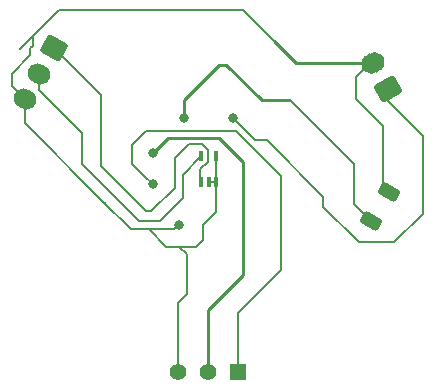
<source format=gbr>
%TF.GenerationSoftware,KiCad,Pcbnew,8.0.2-1*%
%TF.CreationDate,2024-08-01T10:05:38-04:00*%
%TF.ProjectId,Untitled,556e7469-746c-4656-942e-6b696361645f,rev?*%
%TF.SameCoordinates,Original*%
%TF.FileFunction,Copper,L2,Bot*%
%TF.FilePolarity,Positive*%
%FSLAX46Y46*%
G04 Gerber Fmt 4.6, Leading zero omitted, Abs format (unit mm)*
G04 Created by KiCad (PCBNEW 8.0.2-1) date 2024-08-01 10:05:38*
%MOMM*%
%LPD*%
G01*
G04 APERTURE LIST*
G04 Aperture macros list*
%AMRoundRect*
0 Rectangle with rounded corners*
0 $1 Rounding radius*
0 $2 $3 $4 $5 $6 $7 $8 $9 X,Y pos of 4 corners*
0 Add a 4 corners polygon primitive as box body*
4,1,4,$2,$3,$4,$5,$6,$7,$8,$9,$2,$3,0*
0 Add four circle primitives for the rounded corners*
1,1,$1+$1,$2,$3*
1,1,$1+$1,$4,$5*
1,1,$1+$1,$6,$7*
1,1,$1+$1,$8,$9*
0 Add four rect primitives between the rounded corners*
20,1,$1+$1,$2,$3,$4,$5,0*
20,1,$1+$1,$4,$5,$6,$7,0*
20,1,$1+$1,$6,$7,$8,$9,0*
20,1,$1+$1,$8,$9,$2,$3,0*%
%AMHorizOval*
0 Thick line with rounded ends*
0 $1 width*
0 $2 $3 position (X,Y) of the first rounded end (center of the circle)*
0 $4 $5 position (X,Y) of the second rounded end (center of the circle)*
0 Add line between two ends*
20,1,$1,$2,$3,$4,$5,0*
0 Add two circle primitives to create the rounded ends*
1,1,$1,$2,$3*
1,1,$1,$4,$5*%
G04 Aperture macros list end*
%TA.AperFunction,ComponentPad*%
%ADD10C,0.800000*%
%TD*%
%TA.AperFunction,SMDPad,CuDef*%
%ADD11RoundRect,0.087500X0.087500X0.337500X-0.087500X0.337500X-0.087500X-0.337500X0.087500X-0.337500X0*%
%TD*%
%TA.AperFunction,ComponentPad*%
%ADD12RoundRect,0.250000X-0.327868X0.882115X-0.927868X-0.157115X0.327868X-0.882115X0.927868X0.157115X0*%
%TD*%
%TA.AperFunction,ComponentPad*%
%ADD13HorizOval,1.700000X-0.108253X0.062500X0.108253X-0.062500X0*%
%TD*%
%TA.AperFunction,ComponentPad*%
%ADD14R,1.397000X1.397000*%
%TD*%
%TA.AperFunction,ComponentPad*%
%ADD15C,1.397000*%
%TD*%
%TA.AperFunction,SMDPad,CuDef*%
%ADD16RoundRect,0.250000X-0.385016X0.583133X-0.697516X0.041867X0.385016X-0.583133X0.697516X-0.041867X0*%
%TD*%
%TA.AperFunction,ComponentPad*%
%ADD17RoundRect,0.250000X0.949519X-0.144615X0.349519X0.894615X-0.949519X0.144615X-0.349519X-0.894615X0*%
%TD*%
%TA.AperFunction,ComponentPad*%
%ADD18HorizOval,1.700000X0.129904X0.075000X-0.129904X-0.075000X0*%
%TD*%
%TA.AperFunction,Conductor*%
%ADD19C,0.200000*%
%TD*%
%TA.AperFunction,Conductor*%
%ADD20C,0.250000*%
%TD*%
G04 APERTURE END LIST*
D10*
%TO.P,REF\u002A\u002A,5*%
%TO.N,N/C*%
X101640000Y-53710000D03*
%TO.P,REF\u002A\u002A,6*%
X105740000Y-53710000D03*
%TO.P,REF\u002A\u002A,7*%
X98940000Y-56710000D03*
%TO.P,REF\u002A\u002A,8*%
X98940000Y-59310000D03*
%TO.P,REF\u002A\u002A,9*%
X101165000Y-62735000D03*
%TD*%
D11*
%TO.P,REF\u002A\u002A,1*%
%TO.N,N/C*%
X104350000Y-59100000D03*
%TO.P,REF\u002A\u002A,2*%
X103700000Y-59100000D03*
%TO.P,REF\u002A\u002A,3*%
X103050000Y-59100000D03*
%TO.P,REF\u002A\u002A,4*%
X103050000Y-56900000D03*
%TO.P,REF\u002A\u002A,5*%
X104350000Y-56900000D03*
%TD*%
D12*
%TO.P,REF\u002A\u002A,1*%
%TO.N,N/C*%
X90600000Y-47800000D03*
D13*
%TO.P,REF\u002A\u002A,2*%
X89350000Y-49965064D03*
%TO.P,REF\u002A\u002A,3*%
X88100000Y-52130127D03*
%TD*%
D14*
%TO.P,REF\u002A\u002A,1*%
%TO.N,N/C*%
X106187500Y-75250100D03*
D15*
%TO.P,REF\u002A\u002A,2*%
X103647500Y-75250100D03*
%TO.P,REF\u002A\u002A,3*%
X101107500Y-75250100D03*
%TD*%
D16*
%TO.P,REF\u002A\u002A,1*%
%TO.N,N/C*%
X118931250Y-59933438D03*
%TO.P,REF\u002A\u002A,2*%
X117468750Y-62466562D03*
%TD*%
D17*
%TO.P,REF\u002A\u002A,1*%
%TO.N,N/C*%
X118879664Y-51220032D03*
D18*
%TO.P,REF\u002A\u002A,2*%
X117629664Y-49054968D03*
%TD*%
D19*
%TO.N,*%
X100790000Y-63110000D02*
X98600000Y-63110000D01*
X118455000Y-59457188D02*
X118455000Y-54345000D01*
X93000000Y-57600000D02*
X93000000Y-55000000D01*
X104350000Y-61650000D02*
X103200000Y-62800000D01*
X101820000Y-65220000D02*
X101820000Y-68620000D01*
X88100000Y-54100000D02*
X88100000Y-52130127D01*
X94700000Y-60700000D02*
X88100000Y-54100000D01*
X102950000Y-58050000D02*
X103600000Y-57400000D01*
X87000000Y-51030127D02*
X87000000Y-50000000D01*
X101107500Y-69332500D02*
X101820000Y-68620000D01*
X116200000Y-52090000D02*
X116200000Y-50200000D01*
D20*
X100250000Y-55400000D02*
X104600000Y-55400000D01*
X98940000Y-56710000D02*
X100250000Y-55400000D01*
D19*
X100090000Y-64600000D02*
X101200000Y-64600000D01*
X94600000Y-57800000D02*
X94600000Y-51800000D01*
X103600000Y-56400000D02*
X103100000Y-55900000D01*
X97200000Y-56000000D02*
X97200000Y-57600000D01*
X104350000Y-59100000D02*
X104350000Y-61650000D01*
D20*
X111545032Y-49054968D02*
X111054968Y-49054968D01*
D19*
X90053380Y-47253380D02*
X89927611Y-47253380D01*
X97110000Y-63110000D02*
X94700000Y-60700000D01*
X87000000Y-50000000D02*
X88600000Y-48400000D01*
X103600000Y-57400000D02*
X103600000Y-56400000D01*
X102600000Y-64600000D02*
X103200000Y-64000000D01*
X106000000Y-54800000D02*
X98400000Y-54800000D01*
D20*
X111545032Y-49054968D02*
X117629664Y-49054968D01*
D19*
X101200000Y-64600000D02*
X101820000Y-65220000D01*
X89350000Y-51350000D02*
X89350000Y-49965064D01*
X110600000Y-52200000D02*
X116000000Y-57600000D01*
X99600000Y-62400000D02*
X97800000Y-62400000D01*
X113400000Y-61200000D02*
X116400000Y-64200000D01*
D20*
X103647500Y-69952500D02*
X103647500Y-75250100D01*
D19*
X94600000Y-51800000D02*
X90053380Y-47253380D01*
X103700000Y-59100000D02*
X104350000Y-59100000D01*
D20*
X101640000Y-52160000D02*
X104600000Y-49200000D01*
D19*
X116400000Y-64200000D02*
X119400000Y-64200000D01*
X95000000Y-61000000D02*
X94700000Y-60700000D01*
D20*
X111054968Y-49054968D02*
X109200000Y-47200000D01*
D19*
X100800000Y-57100000D02*
X100800000Y-59600000D01*
X88800000Y-47600000D02*
X88800000Y-46800000D01*
D20*
X106600000Y-57400000D02*
X106600000Y-67000000D01*
D19*
X109800000Y-58600000D02*
X106000000Y-54800000D01*
X113400000Y-60400000D02*
X113400000Y-61200000D01*
X108600000Y-55600000D02*
X113400000Y-60400000D01*
X91000000Y-44600000D02*
X106600000Y-44600000D01*
X98400000Y-54800000D02*
X97200000Y-56000000D01*
X105740000Y-53710000D02*
X107630000Y-55600000D01*
X88838020Y-49453084D02*
X89350000Y-49965064D01*
X116000000Y-60997812D02*
X117468750Y-62466562D01*
X103100000Y-55900000D02*
X102000000Y-55900000D01*
X97800000Y-62400000D02*
X93000000Y-57600000D01*
X118879664Y-52279664D02*
X118879664Y-51220032D01*
X117345032Y-49054968D02*
X117629664Y-49054968D01*
X93000000Y-55000000D02*
X89350000Y-51350000D01*
X106187500Y-70212500D02*
X109800000Y-66600000D01*
D20*
X106600000Y-67000000D02*
X103647500Y-69952500D01*
D19*
X104350000Y-59100000D02*
X104350000Y-56900000D01*
X88600000Y-48400000D02*
X88600000Y-47800000D01*
X103050000Y-56900000D02*
X103050000Y-56950000D01*
X116200000Y-50200000D02*
X117345032Y-49054968D01*
X101107500Y-75250100D02*
X101107500Y-69332500D01*
X106187500Y-75250100D02*
X106187500Y-70212500D01*
X88800000Y-46800000D02*
X87700000Y-47900000D01*
D20*
X105200000Y-49200000D02*
X108200000Y-52200000D01*
D19*
X101500000Y-58500000D02*
X101500000Y-60500000D01*
X101200000Y-64600000D02*
X102600000Y-64600000D01*
D20*
X104600000Y-49200000D02*
X105200000Y-49200000D01*
D19*
X102000000Y-55900000D02*
X100800000Y-57100000D01*
D20*
X104600000Y-55400000D02*
X106600000Y-57400000D01*
D19*
X98230000Y-58600000D02*
X98200000Y-58600000D01*
X118455000Y-54345000D02*
X116200000Y-52090000D01*
X88100000Y-52130127D02*
X87000000Y-51030127D01*
X98600000Y-63110000D02*
X97110000Y-63110000D01*
X121800000Y-61800000D02*
X121800000Y-55200000D01*
X101500000Y-60500000D02*
X99600000Y-62400000D01*
X103200000Y-62800000D02*
X103200000Y-64000000D01*
X98800000Y-61600000D02*
X98400000Y-61600000D01*
X98200000Y-58600000D02*
X97200000Y-57600000D01*
X103050000Y-56950000D02*
X101500000Y-58500000D01*
D20*
X101640000Y-53710000D02*
X101640000Y-52160000D01*
D19*
X116000000Y-57600000D02*
X116000000Y-60997812D01*
D20*
X108200000Y-52200000D02*
X110600000Y-52200000D01*
D19*
X118931250Y-59933438D02*
X118455000Y-59457188D01*
X88600000Y-47800000D02*
X88800000Y-47600000D01*
X102950000Y-59000000D02*
X102950000Y-58050000D01*
X109800000Y-66600000D02*
X109800000Y-58600000D01*
X98600000Y-63110000D02*
X100090000Y-64600000D01*
X121800000Y-55200000D02*
X118879664Y-52279664D01*
X107630000Y-55600000D02*
X108600000Y-55600000D01*
X119400000Y-64200000D02*
X121800000Y-61800000D01*
X98230000Y-58600000D02*
X98940000Y-59310000D01*
X118455000Y-51644696D02*
X118879664Y-51220032D01*
X100800000Y-59600000D02*
X98800000Y-61600000D01*
X88657611Y-49453084D02*
X88838020Y-49453084D01*
X106600000Y-44600000D02*
X109200000Y-47200000D01*
X98400000Y-61600000D02*
X94600000Y-57800000D01*
X87700000Y-47900000D02*
X91000000Y-44600000D01*
X101165000Y-62735000D02*
X100790000Y-63110000D01*
%TD*%
M02*

</source>
